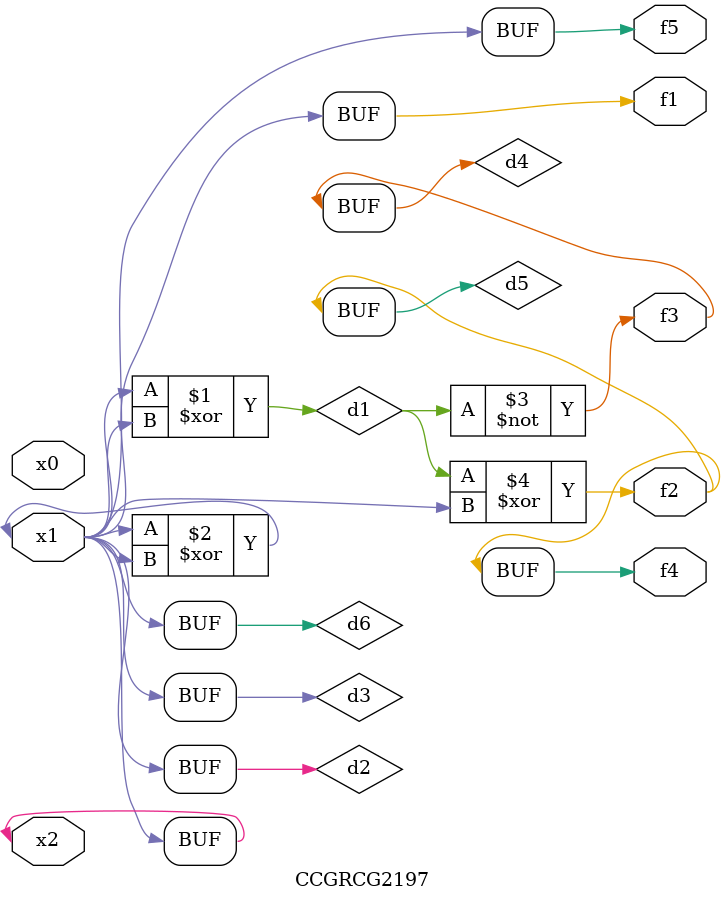
<source format=v>
module CCGRCG2197(
	input x0, x1, x2,
	output f1, f2, f3, f4, f5
);

	wire d1, d2, d3, d4, d5, d6;

	xor (d1, x1, x2);
	buf (d2, x1, x2);
	xor (d3, x1, x2);
	nor (d4, d1);
	xor (d5, d1, d2);
	buf (d6, d2, d3);
	assign f1 = d6;
	assign f2 = d5;
	assign f3 = d4;
	assign f4 = d5;
	assign f5 = d6;
endmodule

</source>
